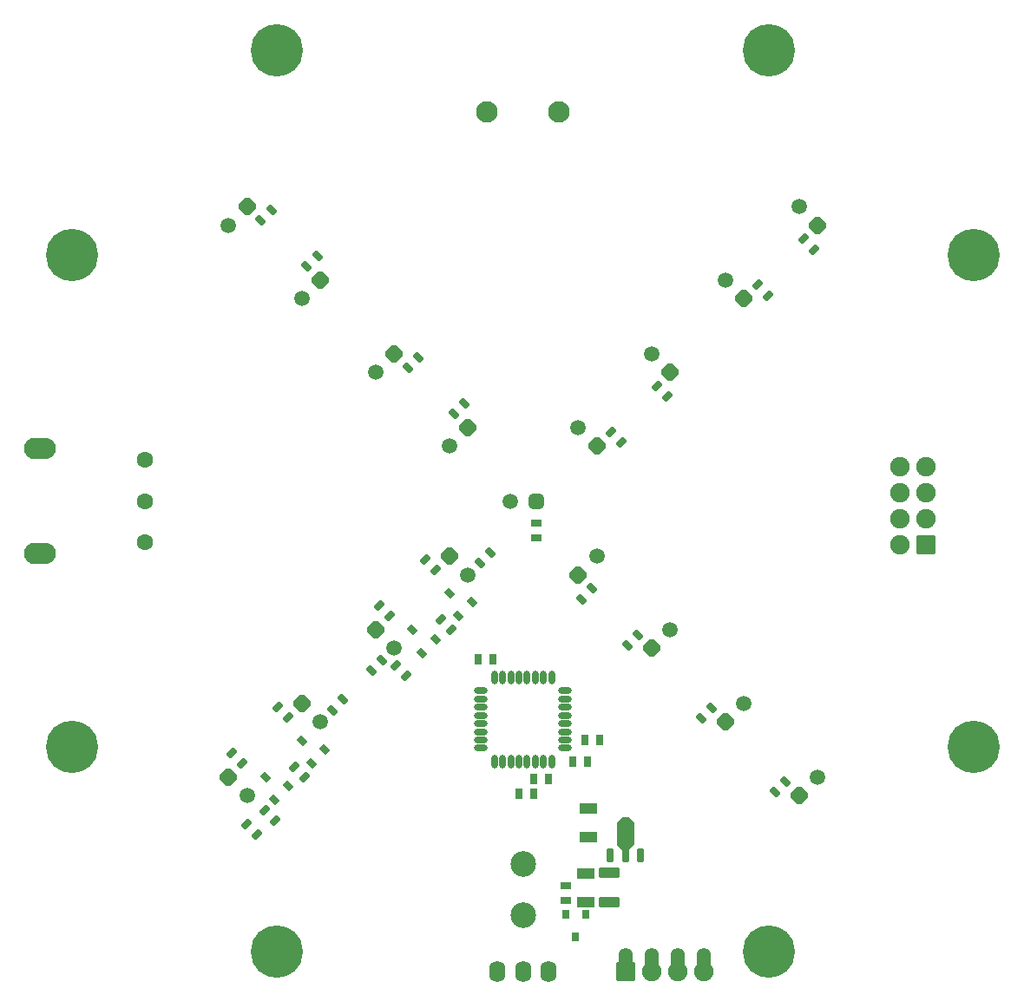
<source format=gbr>
%TF.GenerationSoftware,Altium Limited,Altium Designer,20.1.8 (145)*%
G04 Layer_Color=16711935*
%FSLAX45Y45*%
%MOMM*%
%TF.SameCoordinates,5961E689-EF10-4C47-967A-3E799B42680D*%
%TF.FilePolarity,Negative*%
%TF.FileFunction,Soldermask,Bot*%
%TF.Part,Single*%
G01*
G75*
%TA.AperFunction,ComponentPad*%
%ADD14C,1.50000*%
%TA.AperFunction,SMDPad,CuDef*%
G04:AMPARAMS|DCode=51|XSize=1.05mm|YSize=0.7mm|CornerRadius=0.053mm|HoleSize=0mm|Usage=FLASHONLY|Rotation=270.000|XOffset=0mm|YOffset=0mm|HoleType=Round|Shape=RoundedRectangle|*
%AMROUNDEDRECTD51*
21,1,1.05000,0.59400,0,0,270.0*
21,1,0.94400,0.70000,0,0,270.0*
1,1,0.10600,-0.29700,-0.47200*
1,1,0.10600,-0.29700,0.47200*
1,1,0.10600,0.29700,0.47200*
1,1,0.10600,0.29700,-0.47200*
%
%ADD51ROUNDEDRECTD51*%
%ADD52O,0.60000X1.35000*%
%ADD53O,1.35000X0.60000*%
G04:AMPARAMS|DCode=54|XSize=1.05mm|YSize=0.65mm|CornerRadius=0.05275mm|HoleSize=0mm|Usage=FLASHONLY|Rotation=90.000|XOffset=0mm|YOffset=0mm|HoleType=Round|Shape=RoundedRectangle|*
%AMROUNDEDRECTD54*
21,1,1.05000,0.54450,0,0,90.0*
21,1,0.94450,0.65000,0,0,90.0*
1,1,0.10550,0.27225,0.47225*
1,1,0.10550,0.27225,-0.47225*
1,1,0.10550,-0.27225,-0.47225*
1,1,0.10550,-0.27225,0.47225*
%
%ADD54ROUNDEDRECTD54*%
G04:AMPARAMS|DCode=55|XSize=2mm|YSize=1mm|CornerRadius=0.0545mm|HoleSize=0mm|Usage=FLASHONLY|Rotation=0.000|XOffset=0mm|YOffset=0mm|HoleType=Round|Shape=RoundedRectangle|*
%AMROUNDEDRECTD55*
21,1,2.00000,0.89100,0,0,0.0*
21,1,1.89100,1.00000,0,0,0.0*
1,1,0.10900,0.94550,-0.44550*
1,1,0.10900,-0.94550,-0.44550*
1,1,0.10900,-0.94550,0.44550*
1,1,0.10900,0.94550,0.44550*
%
%ADD55ROUNDEDRECTD55*%
G04:AMPARAMS|DCode=56|XSize=1.75mm|YSize=1.05mm|CornerRadius=0.05475mm|HoleSize=0mm|Usage=FLASHONLY|Rotation=180.000|XOffset=0mm|YOffset=0mm|HoleType=Round|Shape=RoundedRectangle|*
%AMROUNDEDRECTD56*
21,1,1.75000,0.94050,0,0,180.0*
21,1,1.64050,1.05000,0,0,180.0*
1,1,0.10950,-0.82025,0.47025*
1,1,0.10950,0.82025,0.47025*
1,1,0.10950,0.82025,-0.47025*
1,1,0.10950,-0.82025,-0.47025*
%
%ADD56ROUNDEDRECTD56*%
G04:AMPARAMS|DCode=57|XSize=0.6mm|YSize=1.3mm|CornerRadius=0.0525mm|HoleSize=0mm|Usage=FLASHONLY|Rotation=0.000|XOffset=0mm|YOffset=0mm|HoleType=Round|Shape=RoundedRectangle|*
%AMROUNDEDRECTD57*
21,1,0.60000,1.19500,0,0,0.0*
21,1,0.49500,1.30000,0,0,0.0*
1,1,0.10500,0.24750,-0.59750*
1,1,0.10500,-0.24750,-0.59750*
1,1,0.10500,-0.24750,0.59750*
1,1,0.10500,0.24750,0.59750*
%
%ADD57ROUNDEDRECTD57*%
G04:AMPARAMS|DCode=58|XSize=0.7mm|YSize=0.9mm|CornerRadius=0.053mm|HoleSize=0mm|Usage=FLASHONLY|Rotation=180.000|XOffset=0mm|YOffset=0mm|HoleType=Round|Shape=RoundedRectangle|*
%AMROUNDEDRECTD58*
21,1,0.70000,0.79400,0,0,180.0*
21,1,0.59400,0.90000,0,0,180.0*
1,1,0.10600,-0.29700,0.39700*
1,1,0.10600,0.29700,0.39700*
1,1,0.10600,0.29700,-0.39700*
1,1,0.10600,-0.29700,-0.39700*
%
%ADD58ROUNDEDRECTD58*%
G04:AMPARAMS|DCode=59|XSize=0.7mm|YSize=0.9mm|CornerRadius=0.053mm|HoleSize=0mm|Usage=FLASHONLY|Rotation=45.000|XOffset=0mm|YOffset=0mm|HoleType=Round|Shape=RoundedRectangle|*
%AMROUNDEDRECTD59*
21,1,0.70000,0.79400,0,0,45.0*
21,1,0.59400,0.90000,0,0,45.0*
1,1,0.10600,0.49073,-0.07071*
1,1,0.10600,0.07071,-0.49073*
1,1,0.10600,-0.49073,0.07071*
1,1,0.10600,-0.07071,0.49073*
%
%ADD59ROUNDEDRECTD59*%
G04:AMPARAMS|DCode=60|XSize=1.35mm|YSize=3.1mm|CornerRadius=0.675mm|HoleSize=0mm|Usage=FLASHONLY|Rotation=0.000|XOffset=0mm|YOffset=0mm|HoleType=Round|Shape=RoundedRectangle|*
%AMROUNDEDRECTD60*
21,1,1.35000,1.75000,0,0,0.0*
21,1,0.00000,3.10000,0,0,0.0*
1,1,1.35000,0.00000,-0.87500*
1,1,1.35000,0.00000,-0.87500*
1,1,1.35000,0.00000,0.87500*
1,1,1.35000,0.00000,0.87500*
%
%ADD60ROUNDEDRECTD60*%
G04:AMPARAMS|DCode=61|XSize=1.05mm|YSize=0.65mm|CornerRadius=0.05275mm|HoleSize=0mm|Usage=FLASHONLY|Rotation=135.000|XOffset=0mm|YOffset=0mm|HoleType=Round|Shape=RoundedRectangle|*
%AMROUNDEDRECTD61*
21,1,1.05000,0.54450,0,0,135.0*
21,1,0.94450,0.65000,0,0,135.0*
1,1,0.10550,-0.14142,0.52644*
1,1,0.10550,0.52644,-0.14142*
1,1,0.10550,0.14142,-0.52644*
1,1,0.10550,-0.52644,0.14142*
%
%ADD61ROUNDEDRECTD61*%
G04:AMPARAMS|DCode=62|XSize=1.05mm|YSize=0.65mm|CornerRadius=0.05275mm|HoleSize=0mm|Usage=FLASHONLY|Rotation=45.000|XOffset=0mm|YOffset=0mm|HoleType=Round|Shape=RoundedRectangle|*
%AMROUNDEDRECTD62*
21,1,1.05000,0.54450,0,0,45.0*
21,1,0.94450,0.65000,0,0,45.0*
1,1,0.10550,0.52644,0.14142*
1,1,0.10550,-0.14142,-0.52644*
1,1,0.10550,-0.52644,-0.14142*
1,1,0.10550,0.14142,0.52644*
%
%ADD62ROUNDEDRECTD62*%
G04:AMPARAMS|DCode=63|XSize=1.05mm|YSize=0.65mm|CornerRadius=0.05275mm|HoleSize=0mm|Usage=FLASHONLY|Rotation=0.000|XOffset=0mm|YOffset=0mm|HoleType=Round|Shape=RoundedRectangle|*
%AMROUNDEDRECTD63*
21,1,1.05000,0.54450,0,0,0.0*
21,1,0.94450,0.65000,0,0,0.0*
1,1,0.10550,0.47225,-0.27225*
1,1,0.10550,-0.47225,-0.27225*
1,1,0.10550,-0.47225,0.27225*
1,1,0.10550,0.47225,0.27225*
%
%ADD63ROUNDEDRECTD63*%
G04:AMPARAMS|DCode=64|XSize=1.05mm|YSize=0.7mm|CornerRadius=0.053mm|HoleSize=0mm|Usage=FLASHONLY|Rotation=45.000|XOffset=0mm|YOffset=0mm|HoleType=Round|Shape=RoundedRectangle|*
%AMROUNDEDRECTD64*
21,1,1.05000,0.59400,0,0,45.0*
21,1,0.94400,0.70000,0,0,45.0*
1,1,0.10600,0.54377,0.12374*
1,1,0.10600,-0.12374,-0.54377*
1,1,0.10600,-0.54377,-0.12374*
1,1,0.10600,0.12374,0.54377*
%
%ADD64ROUNDEDRECTD64*%
%TA.AperFunction,ComponentPad*%
%ADD65O,3.10000X2.10000*%
%ADD66C,1.60000*%
G04:AMPARAMS|DCode=67|XSize=1.9mm|YSize=1.9mm|CornerRadius=0.95mm|HoleSize=0mm|Usage=FLASHONLY|Rotation=90.000|XOffset=0mm|YOffset=0mm|HoleType=Round|Shape=RoundedRectangle|*
%AMROUNDEDRECTD67*
21,1,1.90000,0.00000,0,0,90.0*
21,1,0.00000,1.90000,0,0,90.0*
1,1,1.90000,0.00000,0.00000*
1,1,1.90000,0.00000,0.00000*
1,1,1.90000,0.00000,0.00000*
1,1,1.90000,0.00000,0.00000*
%
%ADD67ROUNDEDRECTD67*%
G04:AMPARAMS|DCode=68|XSize=1.9mm|YSize=1.9mm|CornerRadius=0.23mm|HoleSize=0mm|Usage=FLASHONLY|Rotation=90.000|XOffset=0mm|YOffset=0mm|HoleType=Round|Shape=RoundedRectangle|*
%AMROUNDEDRECTD68*
21,1,1.90000,1.44000,0,0,90.0*
21,1,1.44000,1.90000,0,0,90.0*
1,1,0.46000,0.72000,0.72000*
1,1,0.46000,0.72000,-0.72000*
1,1,0.46000,-0.72000,-0.72000*
1,1,0.46000,-0.72000,0.72000*
%
%ADD68ROUNDEDRECTD68*%
%TA.AperFunction,ViaPad*%
%ADD69C,5.10000*%
%TA.AperFunction,ComponentPad*%
G04:AMPARAMS|DCode=70|XSize=1.6mm|YSize=2.1mm|CornerRadius=0.8mm|HoleSize=0mm|Usage=FLASHONLY|Rotation=180.000|XOffset=0mm|YOffset=0mm|HoleType=Round|Shape=RoundedRectangle|*
%AMROUNDEDRECTD70*
21,1,1.60000,0.50000,0,0,180.0*
21,1,0.00000,2.10000,0,0,180.0*
1,1,1.60000,0.00000,0.25000*
1,1,1.60000,0.00000,0.25000*
1,1,1.60000,0.00000,-0.25000*
1,1,1.60000,0.00000,-0.25000*
%
%ADD70ROUNDEDRECTD70*%
G04:AMPARAMS|DCode=71|XSize=1.9mm|YSize=1.9mm|CornerRadius=0.23mm|HoleSize=0mm|Usage=FLASHONLY|Rotation=0.000|XOffset=0mm|YOffset=0mm|HoleType=Round|Shape=RoundedRectangle|*
%AMROUNDEDRECTD71*
21,1,1.90000,1.44000,0,0,0.0*
21,1,1.44000,1.90000,0,0,0.0*
1,1,0.46000,0.72000,-0.72000*
1,1,0.46000,-0.72000,-0.72000*
1,1,0.46000,-0.72000,0.72000*
1,1,0.46000,0.72000,0.72000*
%
%ADD71ROUNDEDRECTD71*%
G04:AMPARAMS|DCode=72|XSize=1.9mm|YSize=1.9mm|CornerRadius=0.95mm|HoleSize=0mm|Usage=FLASHONLY|Rotation=0.000|XOffset=0mm|YOffset=0mm|HoleType=Round|Shape=RoundedRectangle|*
%AMROUNDEDRECTD72*
21,1,1.90000,0.00000,0,0,0.0*
21,1,0.00000,1.90000,0,0,0.0*
1,1,1.90000,0.00000,0.00000*
1,1,1.90000,0.00000,0.00000*
1,1,1.90000,0.00000,0.00000*
1,1,1.90000,0.00000,0.00000*
%
%ADD72ROUNDEDRECTD72*%
%ADD73C,2.50000*%
%ADD74C,2.10000*%
G04:AMPARAMS|DCode=75|XSize=1.5mm|YSize=1.5mm|CornerRadius=0.4mm|HoleSize=0mm|Usage=FLASHONLY|Rotation=315.000|XOffset=0mm|YOffset=0mm|HoleType=Round|Shape=RoundedRectangle|*
%AMROUNDEDRECTD75*
21,1,1.50000,0.70000,0,0,315.0*
21,1,0.70000,1.50000,0,0,315.0*
1,1,0.80000,0.00000,-0.49498*
1,1,0.80000,-0.49498,0.00000*
1,1,0.80000,0.00000,0.49498*
1,1,0.80000,0.49498,0.00000*
%
%ADD75ROUNDEDRECTD75*%
G04:AMPARAMS|DCode=76|XSize=1.5mm|YSize=1.5mm|CornerRadius=0.4mm|HoleSize=0mm|Usage=FLASHONLY|Rotation=90.000|XOffset=0mm|YOffset=0mm|HoleType=Round|Shape=RoundedRectangle|*
%AMROUNDEDRECTD76*
21,1,1.50000,0.70000,0,0,90.0*
21,1,0.70000,1.50000,0,0,90.0*
1,1,0.80000,0.35000,0.35000*
1,1,0.80000,0.35000,-0.35000*
1,1,0.80000,-0.35000,-0.35000*
1,1,0.80000,-0.35000,0.35000*
%
%ADD76ROUNDEDRECTD76*%
G04:AMPARAMS|DCode=77|XSize=1.5mm|YSize=1.5mm|CornerRadius=0.4mm|HoleSize=0mm|Usage=FLASHONLY|Rotation=45.000|XOffset=0mm|YOffset=0mm|HoleType=Round|Shape=RoundedRectangle|*
%AMROUNDEDRECTD77*
21,1,1.50000,0.70000,0,0,45.0*
21,1,0.70000,1.50000,0,0,45.0*
1,1,0.80000,0.49498,0.00000*
1,1,0.80000,0.00000,-0.49498*
1,1,0.80000,-0.49498,0.00000*
1,1,0.80000,0.00000,0.49498*
%
%ADD77ROUNDEDRECTD77*%
G36*
X973932Y-3080043D02*
X1023929D01*
X1024909Y-3080139D01*
X1025851Y-3080425D01*
X1026720Y-3080889D01*
X1027482Y-3081514D01*
X1027483Y-3081516D01*
X1082481Y-3136514D01*
X1083106Y-3137276D01*
X1083570Y-3138144D01*
X1083637Y-3138364D01*
X1083856Y-3139087D01*
X1083905Y-3139577D01*
X1083953Y-3140067D01*
X1083953Y-3140069D01*
Y-3350067D01*
X1083856Y-3351047D01*
X1083637Y-3351770D01*
X1083570Y-3351989D01*
X1083106Y-3352858D01*
X1082481Y-3353619D01*
X1082480Y-3353621D01*
X1026853Y-3409248D01*
X1026091Y-3409873D01*
X1025223Y-3410337D01*
X1025003Y-3410404D01*
X1024280Y-3410623D01*
X1023790Y-3410671D01*
X1023300Y-3410720D01*
X1023297Y-3410720D01*
X974558D01*
X973577Y-3410623D01*
X972854Y-3410404D01*
X972635Y-3410337D01*
X971766Y-3409873D01*
X971005Y-3409248D01*
X971004Y-3409247D01*
X915376Y-3353619D01*
X914751Y-3352858D01*
X914287Y-3351989D01*
X914221Y-3351770D01*
X914001Y-3351047D01*
X913953Y-3350557D01*
X913904Y-3350067D01*
X913905Y-3350064D01*
Y-3140067D01*
X914001Y-3139086D01*
X914287Y-3138144D01*
X914752Y-3137275D01*
X915376Y-3136514D01*
X915378Y-3136513D01*
X970376Y-3081514D01*
X971138Y-3080889D01*
X972006Y-3080425D01*
X972226Y-3080359D01*
X972949Y-3080139D01*
X973439Y-3080091D01*
X973929Y-3080042D01*
X973932Y-3080043D01*
D02*
G37*
D14*
X2873682Y-2694077D02*
D03*
X2155261Y-1975656D02*
D03*
X1436841Y-1257236D02*
D03*
X718420Y-538816D02*
D03*
X-127000Y0D02*
D03*
X2694077Y2873682D02*
D03*
X1975656Y2155261D02*
D03*
X538816Y718420D02*
D03*
X1257236Y1436841D02*
D03*
X-718420Y538816D02*
D03*
X-2873682Y2694077D02*
D03*
X-2155261Y1975656D02*
D03*
X-1436841Y1257236D02*
D03*
X-2694077Y-2873682D02*
D03*
X-1975656Y-2155261D02*
D03*
X-538816Y-718420D02*
D03*
X-1257236Y-1436841D02*
D03*
D51*
X-290754Y-1540664D02*
D03*
X-435754D02*
D03*
X105479Y-2707709D02*
D03*
X250479D02*
D03*
X484469Y-2543015D02*
D03*
X629469D02*
D03*
D52*
X279979Y-2543016D02*
D03*
X199979D02*
D03*
X119979D02*
D03*
X39979D02*
D03*
X-40021D02*
D03*
X-120021D02*
D03*
X-200021D02*
D03*
X-280021D02*
D03*
Y-1718016D02*
D03*
X-200021D02*
D03*
X-120021D02*
D03*
X-40021D02*
D03*
X39979D02*
D03*
X119979D02*
D03*
X199979D02*
D03*
X279979D02*
D03*
D53*
X-412521Y-2410516D02*
D03*
Y-2330516D02*
D03*
Y-2250516D02*
D03*
Y-2170516D02*
D03*
Y-2090516D02*
D03*
Y-2010516D02*
D03*
Y-1930516D02*
D03*
Y-1850516D02*
D03*
X412479D02*
D03*
Y-1930516D02*
D03*
Y-2010516D02*
D03*
Y-2090516D02*
D03*
Y-2170516D02*
D03*
Y-2250516D02*
D03*
Y-2330516D02*
D03*
Y-2410516D02*
D03*
D54*
X104979Y-2855167D02*
D03*
X-40020D02*
D03*
X750489Y-2330516D02*
D03*
X605489D02*
D03*
D55*
X843849Y-3910808D02*
D03*
Y-3628808D02*
D03*
D56*
X608271Y-3630807D02*
D03*
Y-3910808D02*
D03*
X640696Y-2995913D02*
D03*
Y-3275913D02*
D03*
D57*
X848929Y-3455066D02*
D03*
X998929Y-3455067D02*
D03*
X1148929Y-3455066D02*
D03*
D58*
X418271Y-4028611D02*
D03*
X608271D02*
D03*
X513271Y-4248611D02*
D03*
D59*
X-2291733Y-2782465D02*
D03*
X-2426083Y-2916815D02*
D03*
X-2514472Y-2694077D02*
D03*
X-1932523Y-2423255D02*
D03*
X-2066873Y-2557605D02*
D03*
X-2155262Y-2334867D02*
D03*
X-854892Y-1345624D02*
D03*
X-989242Y-1479974D02*
D03*
X-1077631Y-1257236D02*
D03*
X-495682Y-986414D02*
D03*
X-630032Y-1120764D02*
D03*
X-718420Y-898026D02*
D03*
D60*
X1760929Y-4513351D02*
D03*
X1506929D02*
D03*
X1252929D02*
D03*
X998929D02*
D03*
D61*
X-673519Y853124D02*
D03*
X-570988Y955655D02*
D03*
X-1020001Y1404668D02*
D03*
X-1122532Y1302137D02*
D03*
X-2110360Y2289965D02*
D03*
X-2007830Y2392496D02*
D03*
X-2456842Y2841509D02*
D03*
X-2559373Y2738978D02*
D03*
X673519Y-853124D02*
D03*
X570988Y-955655D02*
D03*
X1020001Y-1404668D02*
D03*
X1122532Y-1302137D02*
D03*
X2559373Y-2738978D02*
D03*
X2456842Y-2841509D02*
D03*
X1840953Y-2020558D02*
D03*
X1738422Y-2123088D02*
D03*
X-422072Y-601677D02*
D03*
X-319542Y-499147D02*
D03*
X-1476510Y-1656115D02*
D03*
X-1373979Y-1553584D02*
D03*
X-1858913Y-2038518D02*
D03*
X-1756383Y-1935987D02*
D03*
D62*
X853124Y673519D02*
D03*
X955655Y570988D02*
D03*
X1404668Y1020001D02*
D03*
X1302137Y1122532D02*
D03*
X2289965Y2110360D02*
D03*
X2392496Y2007830D02*
D03*
X2841509Y2456842D02*
D03*
X2738978Y2559373D02*
D03*
X-955655Y-570988D02*
D03*
X-853124Y-673519D02*
D03*
X-1302137Y-1122532D02*
D03*
X-1404668Y-1020001D02*
D03*
X-2392496Y-2007830D02*
D03*
X-2289965Y-2110360D02*
D03*
X-2738978Y-2559373D02*
D03*
X-2841509Y-2456842D02*
D03*
X-2600243Y-3254884D02*
D03*
X-2702774Y-3152354D02*
D03*
D63*
X127000Y-360900D02*
D03*
Y-215900D02*
D03*
X418271Y-3753097D02*
D03*
Y-3898097D02*
D03*
D64*
X-2132669Y-2693331D02*
D03*
X-2235200Y-2590800D02*
D03*
X-1142069Y-1702731D02*
D03*
X-1244600Y-1600200D02*
D03*
X-697569Y-1258231D02*
D03*
X-800100Y-1155700D02*
D03*
X-2422336Y-3118129D02*
D03*
X-2524866Y-3015598D02*
D03*
D65*
X-4710139Y-510000D02*
D03*
Y510000D02*
D03*
D66*
X-3690139Y400000D02*
D03*
Y0D02*
D03*
Y-400000D02*
D03*
D67*
X3673000Y339494D02*
D03*
Y85494D02*
D03*
X3673000Y-168506D02*
D03*
X3673000Y-422506D02*
D03*
X3927000Y339494D02*
D03*
Y85494D02*
D03*
Y-168506D02*
D03*
D68*
Y-422506D02*
D03*
D69*
X2400000Y-4400000D02*
D03*
X-2400000D02*
D03*
X4400000Y-2400000D02*
D03*
Y2400000D02*
D03*
X-4400000Y-2400000D02*
D03*
Y2400000D02*
D03*
X-2400000Y4400000D02*
D03*
X2400000D02*
D03*
D70*
X250000Y-4593351D02*
D03*
X0D02*
D03*
X-250000D02*
D03*
D71*
X998929D02*
D03*
D72*
X1252929D02*
D03*
X1506929D02*
D03*
X1760929D02*
D03*
D73*
X0Y-3544310D02*
D03*
Y-4044310D02*
D03*
D74*
X-350000Y3800000D02*
D03*
X350000D02*
D03*
D75*
X2694077Y-2873682D02*
D03*
X1975656Y-2155261D02*
D03*
X1257236Y-1436841D02*
D03*
X538816Y-718420D02*
D03*
X-538816Y718420D02*
D03*
X-2694077Y2873682D02*
D03*
X-1975656Y2155261D02*
D03*
X-1257236Y1436841D02*
D03*
D76*
X127000Y0D02*
D03*
D77*
X2873682Y2694077D02*
D03*
X2155261Y1975656D02*
D03*
X718420Y538816D02*
D03*
X1436841Y1257236D02*
D03*
X-2873682Y-2694077D02*
D03*
X-2155261Y-1975656D02*
D03*
X-718420Y-538816D02*
D03*
X-1436841Y-1257236D02*
D03*
%TF.MD5,faef5f29d3b15421c015da0aa5b3e66b*%
M02*

</source>
